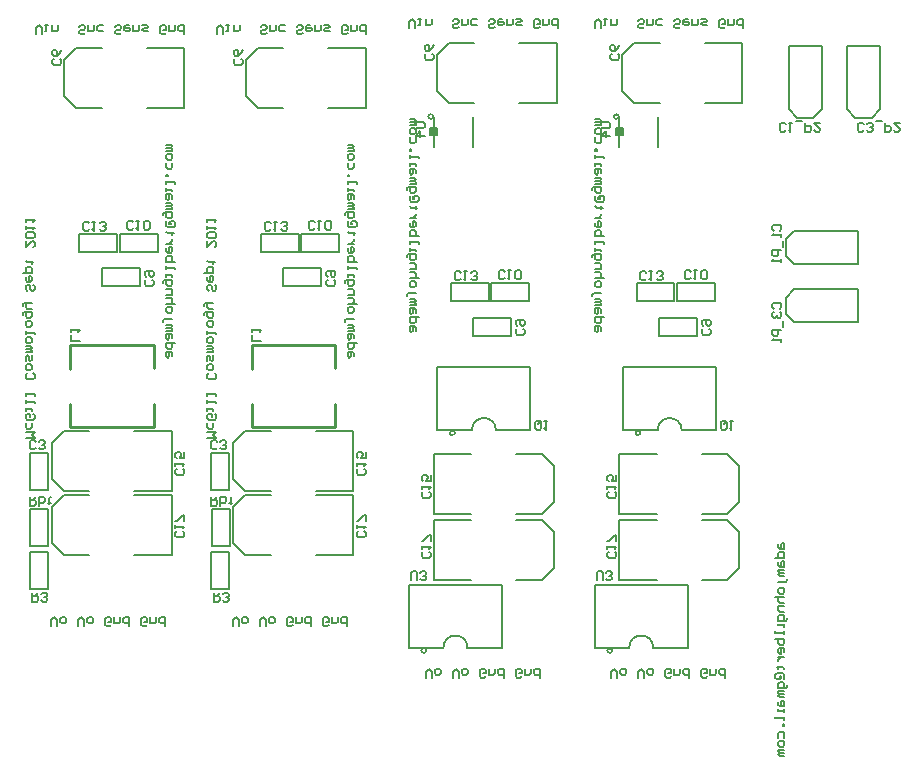
<source format=gbo>
%FSLAX24Y24*%
%MOIN*%
G70*
G01*
G75*
G04 Layer_Color=32896*
%ADD10R,0.0140X0.0400*%
%ADD11R,0.0450X0.0600*%
%ADD12R,0.0320X0.0360*%
%ADD13R,0.0394X0.1063*%
%ADD14R,0.0394X0.1063*%
%ADD15R,0.1004X0.1063*%
%ADD16R,0.0360X0.0320*%
%ADD17R,0.0260X0.0800*%
%ADD18O,0.0138X0.0669*%
%ADD19R,0.1063X0.1102*%
%ADD20C,0.1000*%
%ADD21C,0.0500*%
%ADD22C,0.0200*%
%ADD23C,0.0100*%
%ADD24C,0.0750*%
%ADD25R,0.0260X0.0500*%
%ADD26R,0.1063X0.0866*%
%ADD27C,0.0600*%
%ADD28R,0.0394X0.0394*%
%ADD29R,0.1028X0.0339*%
%ADD30R,0.0650X0.0701*%
%ADD31R,0.1402X0.1799*%
%ADD32R,0.0598X0.0598*%
%ADD33R,0.0385X0.0520*%
%ADD34R,0.0520X0.0385*%
%ADD35R,0.0846X0.0532*%
%ADD36R,0.0532X0.0846*%
%ADD37R,0.0400X0.0140*%
%ADD38R,0.0700X0.0700*%
%ADD39C,0.0700*%
%ADD40C,0.0200*%
%ADD41C,0.0280*%
%ADD42C,0.0500*%
%ADD43C,0.0260*%
%ADD44C,0.1000*%
%ADD45C,0.1100*%
%ADD46C,0.0600*%
%ADD47C,0.0591*%
%ADD48R,0.0591X0.0591*%
%ADD49C,0.0252*%
%ADD50C,0.1024*%
%ADD51R,0.0800X0.0260*%
%ADD52C,0.0400*%
%ADD53C,0.0250*%
%ADD54C,0.0079*%
%ADD55C,0.0098*%
%ADD56C,0.0060*%
%ADD57C,0.0080*%
%ADD58C,0.0050*%
%ADD59R,0.4000X0.0500*%
%ADD60R,0.0220X0.0480*%
%ADD61R,0.0530X0.0680*%
%ADD62R,0.0400X0.0440*%
%ADD63R,0.0474X0.1143*%
%ADD64R,0.0474X0.1143*%
%ADD65R,0.1084X0.1143*%
%ADD66R,0.0440X0.0400*%
%ADD67R,0.0340X0.0880*%
%ADD68O,0.0218X0.0749*%
%ADD69R,0.1143X0.1182*%
%ADD70R,0.0340X0.0580*%
%ADD71R,0.1143X0.0946*%
%ADD72R,0.0474X0.0474*%
%ADD73R,0.1108X0.0419*%
%ADD74R,0.0730X0.0781*%
%ADD75R,0.1482X0.1879*%
%ADD76R,0.0678X0.0678*%
%ADD77R,0.0465X0.0600*%
%ADD78R,0.0600X0.0465*%
%ADD79R,0.0926X0.0612*%
%ADD80R,0.0612X0.0926*%
%ADD81R,0.0480X0.0220*%
%ADD82R,0.0780X0.0780*%
%ADD83C,0.0780*%
%ADD84C,0.0360*%
%ADD85C,0.0580*%
%ADD86C,0.1080*%
%ADD87C,0.1180*%
%ADD88C,0.0680*%
%ADD89C,0.0671*%
%ADD90R,0.0671X0.0671*%
%ADD91C,0.0332*%
%ADD92C,0.1104*%
%ADD93R,0.0880X0.0340*%
%ADD94C,0.0340*%
D23*
X19118Y27008D02*
X21894D01*
Y25039D02*
Y24252D01*
Y27008D02*
Y26221D01*
X19098Y27008D02*
Y26201D01*
Y25039D02*
Y24272D01*
X19118Y24252D02*
X21894D01*
X19098Y24272D02*
X19118Y24252D01*
X13068Y27008D02*
X15844D01*
Y25039D02*
Y24252D01*
Y27008D02*
Y26221D01*
X13048Y27008D02*
Y26201D01*
Y25039D02*
Y24272D01*
X13068Y24252D02*
X15844D01*
X13048Y24272D02*
X13068Y24252D01*
D54*
X18480Y23720D02*
Y22520D01*
X21230Y24120D02*
X22480D01*
X18880D02*
X18480Y23720D01*
X18880Y24120D02*
X19730D01*
X22480D02*
Y22120D01*
X21230D02*
X22480D01*
X18480Y22520D02*
X18880Y22120D01*
X19730D01*
X18480Y21590D02*
Y20390D01*
X21230Y21990D02*
X22480D01*
X18880D02*
X18480Y21590D01*
X18880Y21990D02*
X19730D01*
X22480D02*
Y19990D01*
X21230D02*
X22480D01*
X18480Y20390D02*
X18880Y19990D01*
X19730D01*
X18910Y36500D02*
Y35300D01*
X21660Y36900D02*
X22910D01*
X19310D02*
X18910Y36500D01*
X19310Y36900D02*
X20160D01*
X22910D02*
Y34900D01*
X21660D02*
X22910D01*
X18910Y35300D02*
X19310Y34900D01*
X20160D01*
X26295Y16910D02*
G03*
X25495Y16910I-400J0D01*
G01*
X24841Y16731D02*
G03*
X24841Y16731I0J79D01*
G01*
X25070Y34531D02*
G03*
X25070Y34531I0J79D01*
G01*
X27245Y24160D02*
G03*
X26445Y24160I-400J0D01*
G01*
X25791Y23981D02*
G03*
X25791Y23981I0J79D01*
G01*
X26295Y16910D02*
X27445D01*
X24345D02*
X25495D01*
X27445Y19010D02*
Y16910D01*
X24345Y19010D02*
X27445D01*
X24345D02*
Y16910D01*
X25220Y34220D02*
X25220Y34000D01*
X25120Y34220D02*
X25120Y34000D01*
X25060Y34220D02*
X25060Y34000D01*
X25280Y34000D02*
X25060Y34000D01*
X25280Y34220D02*
X25280Y34000D01*
X25280Y34220D02*
X25060Y34220D01*
X25170Y34610D02*
X25170Y33610D01*
X26470Y34610D02*
X26470Y33610D01*
X27245Y24160D02*
X28395D01*
X25295D02*
X26445D01*
X28395Y26260D02*
Y24160D01*
X25295Y26260D02*
X28395D01*
X25295D02*
Y24160D01*
X25670Y35060D02*
X26520D01*
X25270Y35460D02*
X25670Y35060D01*
X28020D02*
X29270D01*
Y37060D02*
Y35060D01*
X25670Y37060D02*
X26520D01*
X25670D02*
X25270Y36660D01*
X28020Y37060D02*
X29270D01*
X25270Y36660D02*
Y35460D01*
X27920Y21160D02*
X28770D01*
X29170Y20760D01*
X25170Y21160D02*
X26420D01*
X25170D02*
Y19160D01*
X27920D02*
X28770D01*
X29170Y19560D02*
X28770Y19160D01*
X25170D02*
X26420D01*
X29170Y20760D02*
Y19560D01*
X27920Y23360D02*
X28770D01*
X29170Y22960D01*
X25170Y23360D02*
X26420D01*
X25170D02*
Y21360D01*
X27920D02*
X28770D01*
X29170Y21760D02*
X28770Y21360D01*
X25170D02*
X26420D01*
X29170Y22960D02*
Y21760D01*
X37274Y34570D02*
X36999Y34846D01*
Y36968D01*
X38101Y34846D02*
Y36968D01*
X37822Y34567D02*
X37274D01*
X37826Y34570D02*
X38101Y34846D01*
Y36968D02*
X36999D01*
X39224Y34570D02*
X38949Y34846D01*
Y36968D01*
X40051Y34846D02*
Y36968D01*
X39772Y34567D02*
X39224D01*
X39776Y34570D02*
X40051Y34846D01*
Y36968D02*
X38949D01*
X36920Y28576D02*
X37196Y28851D01*
X39318D02*
X37196D01*
X39318Y27749D02*
X37196D01*
X36917Y28028D02*
Y28576D01*
X37196Y27749D02*
X36920Y28024D01*
X39318Y27749D02*
Y28851D01*
X36920Y30526D02*
X37196Y30801D01*
X39318D02*
X37196D01*
X39318Y29699D02*
X37196D01*
X36917Y29978D02*
Y30526D01*
X37196Y29699D02*
X36920Y29974D01*
X39318Y29699D02*
Y30801D01*
X32485Y16910D02*
G03*
X31685Y16910I-400J0D01*
G01*
X31031Y16731D02*
G03*
X31031Y16731I0J79D01*
G01*
X31260Y34531D02*
G03*
X31260Y34531I0J79D01*
G01*
X33435Y24160D02*
G03*
X32635Y24160I-400J0D01*
G01*
X31981Y23981D02*
G03*
X31981Y23981I0J79D01*
G01*
X32485Y16910D02*
X33635D01*
X30535D02*
X31685D01*
X33635Y19010D02*
Y16910D01*
X30535Y19010D02*
X33635D01*
X30535D02*
Y16910D01*
X31410Y34220D02*
X31410Y34000D01*
X31310Y34220D02*
X31310Y34000D01*
X31250Y34220D02*
X31250Y34000D01*
X31470Y34000D02*
X31250Y34000D01*
X31470Y34220D02*
X31470Y34000D01*
X31470Y34220D02*
X31250Y34220D01*
X31360Y34610D02*
X31360Y33610D01*
X32660Y34610D02*
X32660Y33610D01*
X33435Y24160D02*
X34585D01*
X31485D02*
X32635D01*
X34585Y26260D02*
Y24160D01*
X31485Y26260D02*
X34585D01*
X31485D02*
Y24160D01*
X31860Y35060D02*
X32710D01*
X31460Y35460D02*
X31860Y35060D01*
X34210D02*
X35460D01*
Y37060D02*
Y35060D01*
X31860Y37060D02*
X32710D01*
X31860D02*
X31460Y36660D01*
X34210Y37060D02*
X35460D01*
X31460Y36660D02*
Y35460D01*
X34110Y21160D02*
X34960D01*
X35360Y20760D01*
X31360Y21160D02*
X32610D01*
X31360D02*
Y19160D01*
X34110D02*
X34960D01*
X35360Y19560D02*
X34960Y19160D01*
X31360D02*
X32610D01*
X35360Y20760D02*
Y19560D01*
X34110Y23360D02*
X34960D01*
X35360Y22960D01*
X31360Y23360D02*
X32610D01*
X31360D02*
Y21360D01*
X34110D02*
X34960D01*
X35360Y21760D02*
X34960Y21360D01*
X31360D02*
X32610D01*
X35360Y22960D02*
Y21760D01*
X12430Y23720D02*
Y22520D01*
X15180Y24120D02*
X16430D01*
X12830D02*
X12430Y23720D01*
X12830Y24120D02*
X13680D01*
X16430D02*
Y22120D01*
X15180D02*
X16430D01*
X12430Y22520D02*
X12830Y22120D01*
X13680D01*
X12430Y21590D02*
Y20390D01*
X15180Y21990D02*
X16430D01*
X12830D02*
X12430Y21590D01*
X12830Y21990D02*
X13680D01*
X16430D02*
Y19990D01*
X15180D02*
X16430D01*
X12430Y20390D02*
X12830Y19990D01*
X13680D01*
X12860Y36500D02*
Y35300D01*
X15610Y36900D02*
X16860D01*
X13260D02*
X12860Y36500D01*
X13260Y36900D02*
X14110D01*
X16860D02*
Y34900D01*
X15610D02*
X16860D01*
X12860Y35300D02*
X13260Y34900D01*
X14110D01*
D57*
X20160Y29550D02*
Y28950D01*
X21420D01*
X20160Y29550D02*
X21420D01*
Y28950D01*
X20670Y30700D02*
Y30100D01*
X19410Y30700D02*
X20670D01*
X19410Y30100D02*
X20670D01*
X19410Y30700D02*
Y30100D01*
X22020Y30700D02*
Y30100D01*
X20760Y30700D02*
X22020D01*
X20760Y30100D02*
X22020D01*
X20760Y30700D02*
Y30100D01*
X17770Y21540D02*
X18370D01*
X17770D02*
Y20280D01*
X18370Y21540D02*
Y20280D01*
X17770D02*
X18370D01*
X17760Y18850D02*
X18360D01*
Y20110D02*
Y18850D01*
X17760Y20110D02*
Y18850D01*
Y20110D02*
X18360D01*
X17760Y22150D02*
X18360D01*
Y23410D02*
Y22150D01*
X17760Y23410D02*
Y22150D01*
Y23410D02*
X18360D01*
X27090Y29060D02*
Y28460D01*
X28350D01*
X27090Y29060D02*
X28350D01*
Y28460D01*
X25740Y29060D02*
Y28460D01*
X27000D01*
X25740Y29060D02*
X27000D01*
Y28460D01*
X27750Y27910D02*
Y27310D01*
X26490Y27910D02*
X27750D01*
X26490Y27310D02*
X27750D01*
X26490Y27910D02*
Y27310D01*
X33280Y29060D02*
Y28460D01*
X34540D01*
X33280Y29060D02*
X34540D01*
Y28460D01*
X31930Y29060D02*
Y28460D01*
X33190D01*
X31930Y29060D02*
X33190D01*
Y28460D01*
X33940Y27910D02*
Y27310D01*
X32680Y27910D02*
X33940D01*
X32680Y27310D02*
X33940D01*
X32680Y27910D02*
Y27310D01*
X14110Y29550D02*
Y28950D01*
X15370D01*
X14110Y29550D02*
X15370D01*
Y28950D01*
X14620Y30700D02*
Y30100D01*
X13360Y30700D02*
X14620D01*
X13360Y30100D02*
X14620D01*
X13360Y30700D02*
Y30100D01*
X15970Y30700D02*
Y30100D01*
X14710Y30700D02*
X15970D01*
X14710Y30100D02*
X15970D01*
X14710Y30700D02*
Y30100D01*
X11720Y21540D02*
X12320D01*
X11720D02*
Y20280D01*
X12320Y21540D02*
Y20280D01*
X11720D02*
X12320D01*
X11710Y18850D02*
X12310D01*
Y20110D02*
Y18850D01*
X11710Y20110D02*
Y18850D01*
Y20110D02*
X12310D01*
X11710Y22150D02*
X12310D01*
Y23410D02*
Y22150D01*
X11710Y23410D02*
Y22150D01*
Y23410D02*
X12310D01*
D58*
X17960Y23570D02*
X17910Y23520D01*
X17810D01*
X17760Y23570D01*
Y23770D01*
X17810Y23820D01*
X17910D01*
X17960Y23770D01*
X18060Y23570D02*
X18110Y23520D01*
X18210D01*
X18260Y23570D01*
Y23620D01*
X18210Y23670D01*
X18160D01*
X18210D01*
X18260Y23720D01*
Y23770D01*
X18210Y23820D01*
X18110D01*
X18060Y23770D01*
X18760Y36540D02*
X18810Y36490D01*
Y36390D01*
X18760Y36340D01*
X18560D01*
X18510Y36390D01*
Y36490D01*
X18560Y36540D01*
X18810Y36840D02*
X18760Y36740D01*
X18660Y36640D01*
X18560D01*
X18510Y36690D01*
Y36790D01*
X18560Y36840D01*
X18610D01*
X18660Y36790D01*
Y36640D01*
X21830Y29170D02*
X21880Y29120D01*
Y29020D01*
X21830Y28970D01*
X21630D01*
X21580Y29020D01*
Y29120D01*
X21630Y29170D01*
Y29270D02*
X21580Y29320D01*
Y29420D01*
X21630Y29470D01*
X21830D01*
X21880Y29420D01*
Y29320D01*
X21830Y29270D01*
X21780D01*
X21730Y29320D01*
Y29470D01*
X21210Y30880D02*
X21160Y30830D01*
X21060D01*
X21010Y30880D01*
Y31080D01*
X21060Y31130D01*
X21160D01*
X21210Y31080D01*
X21310Y31130D02*
X21410D01*
X21360D01*
Y30830D01*
X21310Y30880D01*
X21560D02*
X21610Y30830D01*
X21710D01*
X21760Y30880D01*
Y31080D01*
X21710Y31130D01*
X21610D01*
X21560Y31080D01*
Y30880D01*
X19740Y30850D02*
X19690Y30800D01*
X19590D01*
X19540Y30850D01*
Y31050D01*
X19590Y31100D01*
X19690D01*
X19740Y31050D01*
X19840Y31100D02*
X19940D01*
X19890D01*
Y30800D01*
X19840Y30850D01*
X20090D02*
X20140Y30800D01*
X20240D01*
X20290Y30850D01*
Y30900D01*
X20240Y30950D01*
X20190D01*
X20240D01*
X20290Y31000D01*
Y31050D01*
X20240Y31100D01*
X20140D01*
X20090Y31050D01*
X22850Y22870D02*
X22900Y22820D01*
Y22720D01*
X22850Y22670D01*
X22650D01*
X22600Y22720D01*
Y22820D01*
X22650Y22870D01*
X22600Y22970D02*
Y23070D01*
Y23020D01*
X22900D01*
X22850Y22970D01*
X22900Y23420D02*
Y23220D01*
X22750D01*
X22800Y23320D01*
Y23370D01*
X22750Y23420D01*
X22650D01*
X22600Y23370D01*
Y23270D01*
X22650Y23220D01*
X22850Y20780D02*
X22900Y20730D01*
Y20630D01*
X22850Y20580D01*
X22650D01*
X22600Y20630D01*
Y20730D01*
X22650Y20780D01*
X22600Y20880D02*
Y20980D01*
Y20930D01*
X22900D01*
X22850Y20880D01*
X22900Y21130D02*
Y21330D01*
X22850D01*
X22650Y21130D01*
X22600D01*
X19420Y27140D02*
X19120D01*
Y27340D01*
Y27440D02*
Y27540D01*
Y27490D01*
X19420D01*
X19370Y27440D01*
X17840Y18730D02*
Y18430D01*
X17990D01*
X18040Y18480D01*
Y18580D01*
X17990Y18630D01*
X17840D01*
X17940D02*
X18040Y18730D01*
X18140Y18480D02*
X18190Y18430D01*
X18290D01*
X18340Y18480D01*
Y18530D01*
X18290Y18580D01*
X18240D01*
X18290D01*
X18340Y18630D01*
Y18680D01*
X18290Y18730D01*
X18190D01*
X18140Y18680D01*
X17750Y21940D02*
Y21640D01*
X17900D01*
X17950Y21690D01*
Y21790D01*
X17900Y21840D01*
X17750D01*
X17850D02*
X17950Y21940D01*
X18050Y21640D02*
Y21940D01*
X18200D01*
X18250Y21890D01*
Y21840D01*
Y21790D01*
X18200Y21740D01*
X18050D01*
X18400Y21690D02*
Y21740D01*
X18350D01*
X18450D01*
X18400D01*
Y21890D01*
X18450Y21940D01*
X17950Y37360D02*
Y37560D01*
X18050Y37660D01*
X18150Y37560D01*
Y37360D01*
X18250Y37660D02*
X18350D01*
X18300D01*
Y37460D01*
X18250D01*
X18500Y37660D02*
Y37460D01*
X18650D01*
X18700Y37510D01*
Y37660D01*
X19599Y37410D02*
X19549Y37360D01*
X19450D01*
X19400Y37410D01*
Y37460D01*
X19450Y37510D01*
X19549D01*
X19599Y37560D01*
Y37610D01*
X19549Y37660D01*
X19450D01*
X19400Y37610D01*
X19699Y37660D02*
Y37460D01*
X19849D01*
X19899Y37510D01*
Y37660D01*
X20199Y37460D02*
X20049D01*
X19999Y37510D01*
Y37610D01*
X20049Y37660D01*
X20199D01*
X20799Y37410D02*
X20749Y37360D01*
X20649D01*
X20599Y37410D01*
Y37460D01*
X20649Y37510D01*
X20749D01*
X20799Y37560D01*
Y37610D01*
X20749Y37660D01*
X20649D01*
X20599Y37610D01*
X21049Y37660D02*
X20949D01*
X20899Y37610D01*
Y37510D01*
X20949Y37460D01*
X21049D01*
X21099Y37510D01*
Y37560D01*
X20899D01*
X21199Y37660D02*
Y37460D01*
X21349D01*
X21399Y37510D01*
Y37660D01*
X21499D02*
X21649D01*
X21699Y37610D01*
X21649Y37560D01*
X21549D01*
X21499Y37510D01*
X21549Y37460D01*
X21699D01*
X22299Y37410D02*
X22249Y37360D01*
X22149D01*
X22099Y37410D01*
Y37610D01*
X22149Y37660D01*
X22249D01*
X22299Y37610D01*
Y37510D01*
X22199D01*
X22399Y37660D02*
Y37460D01*
X22549D01*
X22599Y37510D01*
Y37660D01*
X22898Y37360D02*
Y37660D01*
X22748D01*
X22698Y37610D01*
Y37510D01*
X22748Y37460D01*
X22898D01*
X18470Y17620D02*
Y17820D01*
X18570Y17920D01*
X18670Y17820D01*
Y17620D01*
X18820Y17920D02*
X18920D01*
X18970Y17870D01*
Y17770D01*
X18920Y17720D01*
X18820D01*
X18770Y17770D01*
Y17870D01*
X18820Y17920D01*
X19370Y17620D02*
Y17820D01*
X19470Y17920D01*
X19570Y17820D01*
Y17620D01*
X19720Y17920D02*
X19820D01*
X19870Y17870D01*
Y17770D01*
X19820Y17720D01*
X19720D01*
X19670Y17770D01*
Y17870D01*
X19720Y17920D01*
X20469Y17670D02*
X20419Y17620D01*
X20319D01*
X20269Y17670D01*
Y17870D01*
X20319Y17920D01*
X20419D01*
X20469Y17870D01*
Y17770D01*
X20369D01*
X20569Y17920D02*
Y17720D01*
X20719D01*
X20769Y17770D01*
Y17920D01*
X21069Y17620D02*
Y17920D01*
X20919D01*
X20869Y17870D01*
Y17770D01*
X20919Y17720D01*
X21069D01*
X21669Y17670D02*
X21619Y17620D01*
X21519D01*
X21469Y17670D01*
Y17870D01*
X21519Y17920D01*
X21619D01*
X21669Y17870D01*
Y17770D01*
X21569D01*
X21769Y17920D02*
Y17720D01*
X21919D01*
X21969Y17770D01*
Y17920D01*
X22269Y17620D02*
Y17920D01*
X22119D01*
X22069Y17870D01*
Y17770D01*
X22119Y17720D01*
X22269D01*
X22500Y26620D02*
Y26720D01*
X22450Y26770D01*
X22300D01*
Y26620D01*
X22350Y26570D01*
X22400Y26620D01*
Y26770D01*
X22600Y27070D02*
X22300D01*
Y26920D01*
X22350Y26870D01*
X22450D01*
X22500Y26920D01*
Y27070D01*
Y27220D02*
Y27320D01*
X22450Y27370D01*
X22300D01*
Y27220D01*
X22350Y27170D01*
X22400Y27220D01*
Y27370D01*
X22300Y27470D02*
X22500D01*
Y27520D01*
X22450Y27570D01*
X22300D01*
X22450D01*
X22500Y27620D01*
X22450Y27670D01*
X22300D01*
X22200Y27770D02*
Y27820D01*
X22250Y27870D01*
X22500D01*
X22300Y28119D02*
Y28219D01*
X22350Y28269D01*
X22450D01*
X22500Y28219D01*
Y28119D01*
X22450Y28070D01*
X22350D01*
X22300Y28119D01*
X22600Y28369D02*
X22300D01*
X22450D01*
X22500Y28419D01*
Y28519D01*
X22450Y28569D01*
X22300D01*
Y28669D02*
X22500D01*
Y28819D01*
X22450Y28869D01*
X22300D01*
X22200Y29069D02*
Y29119D01*
X22250Y29169D01*
X22500D01*
Y29019D01*
X22450Y28969D01*
X22350D01*
X22300Y29019D01*
Y29169D01*
Y29269D02*
Y29369D01*
Y29319D01*
X22500D01*
Y29269D01*
X22300Y29519D02*
Y29619D01*
Y29569D01*
X22600D01*
Y29519D01*
Y29769D02*
X22300D01*
Y29919D01*
X22350Y29969D01*
X22400D01*
X22450D01*
X22500Y29919D01*
Y29769D01*
X22300Y30219D02*
Y30119D01*
X22350Y30069D01*
X22450D01*
X22500Y30119D01*
Y30219D01*
X22450Y30269D01*
X22400D01*
Y30069D01*
X22500Y30369D02*
X22300D01*
X22400D01*
X22450Y30419D01*
X22500Y30469D01*
Y30519D01*
X22550Y30719D02*
X22500D01*
Y30669D01*
Y30769D01*
Y30719D01*
X22350D01*
X22300Y30769D01*
X22400Y31069D02*
X22450D01*
Y31019D01*
X22400D01*
Y31069D01*
X22450Y31119D01*
X22550D01*
X22600Y31069D01*
Y30969D01*
X22550Y30919D01*
X22350D01*
X22300Y30969D01*
Y31119D01*
X22200Y31318D02*
Y31368D01*
X22250Y31418D01*
X22500D01*
Y31268D01*
X22450Y31219D01*
X22350D01*
X22300Y31268D01*
Y31418D01*
Y31518D02*
X22500D01*
Y31568D01*
X22450Y31618D01*
X22300D01*
X22450D01*
X22500Y31668D01*
X22450Y31718D01*
X22300D01*
X22500Y31868D02*
Y31968D01*
X22450Y32018D01*
X22300D01*
Y31868D01*
X22350Y31818D01*
X22400Y31868D01*
Y32018D01*
X22300Y32118D02*
Y32218D01*
Y32168D01*
X22500D01*
Y32118D01*
X22300Y32368D02*
Y32468D01*
Y32418D01*
X22600D01*
Y32368D01*
X22300Y32618D02*
X22350D01*
Y32668D01*
X22300D01*
Y32618D01*
X22500Y33068D02*
Y32918D01*
X22450Y32868D01*
X22350D01*
X22300Y32918D01*
Y33068D01*
Y33218D02*
Y33318D01*
X22350Y33368D01*
X22450D01*
X22500Y33318D01*
Y33218D01*
X22450Y33168D01*
X22350D01*
X22300Y33218D01*
Y33468D02*
X22500D01*
Y33518D01*
X22450Y33568D01*
X22300D01*
X22450D01*
X22500Y33618D01*
X22450Y33668D01*
X22300D01*
X17620Y23900D02*
X17920D01*
X17820Y24000D01*
X17920Y24100D01*
X17620D01*
X17820Y24400D02*
Y24250D01*
X17770Y24200D01*
X17670D01*
X17620Y24250D01*
Y24400D01*
X17870Y24700D02*
X17920Y24650D01*
Y24550D01*
X17870Y24500D01*
X17670D01*
X17620Y24550D01*
Y24650D01*
X17670Y24700D01*
X17770D01*
Y24600D01*
X17620Y24800D02*
Y24900D01*
Y24850D01*
X17820D01*
Y24800D01*
X17620Y25050D02*
Y25150D01*
Y25100D01*
X17920D01*
Y25050D01*
X17620Y25300D02*
Y25400D01*
Y25350D01*
X17920D01*
Y25300D01*
X17870Y26049D02*
X17920Y25999D01*
Y25899D01*
X17870Y25849D01*
X17670D01*
X17620Y25899D01*
Y25999D01*
X17670Y26049D01*
X17620Y26199D02*
Y26299D01*
X17670Y26349D01*
X17770D01*
X17820Y26299D01*
Y26199D01*
X17770Y26149D01*
X17670D01*
X17620Y26199D01*
Y26449D02*
Y26599D01*
X17670Y26649D01*
X17720Y26599D01*
Y26499D01*
X17770Y26449D01*
X17820Y26499D01*
Y26649D01*
X17620Y26749D02*
X17820D01*
Y26799D01*
X17770Y26849D01*
X17620D01*
X17770D01*
X17820Y26899D01*
X17770Y26949D01*
X17620D01*
Y27099D02*
Y27199D01*
X17670Y27249D01*
X17770D01*
X17820Y27199D01*
Y27099D01*
X17770Y27049D01*
X17670D01*
X17620Y27099D01*
Y27349D02*
Y27449D01*
Y27399D01*
X17920D01*
Y27349D01*
X17620Y27649D02*
Y27749D01*
X17670Y27799D01*
X17770D01*
X17820Y27749D01*
Y27649D01*
X17770Y27599D01*
X17670D01*
X17620Y27649D01*
X17520Y27999D02*
Y28049D01*
X17570Y28099D01*
X17820D01*
Y27949D01*
X17770Y27899D01*
X17670D01*
X17620Y27949D01*
Y28099D01*
X17820Y28199D02*
X17670D01*
X17620Y28249D01*
Y28399D01*
X17570D01*
X17520Y28349D01*
Y28299D01*
X17620Y28399D02*
X17820D01*
X17870Y28998D02*
X17920Y28948D01*
Y28848D01*
X17870Y28798D01*
X17820D01*
X17770Y28848D01*
Y28948D01*
X17720Y28998D01*
X17670D01*
X17620Y28948D01*
Y28848D01*
X17670Y28798D01*
X17620Y29248D02*
Y29148D01*
X17670Y29098D01*
X17770D01*
X17820Y29148D01*
Y29248D01*
X17770Y29298D01*
X17720D01*
Y29098D01*
X17520Y29398D02*
X17820D01*
Y29548D01*
X17770Y29598D01*
X17670D01*
X17620Y29548D01*
Y29398D01*
X17870Y29748D02*
X17820D01*
Y29698D01*
Y29798D01*
Y29748D01*
X17670D01*
X17620Y29798D01*
Y30448D02*
Y30248D01*
X17820Y30448D01*
X17870D01*
X17920Y30398D01*
Y30298D01*
X17870Y30248D01*
Y30548D02*
X17920Y30598D01*
Y30698D01*
X17870Y30748D01*
X17670D01*
X17620Y30698D01*
Y30598D01*
X17670Y30548D01*
X17870D01*
X17620Y30848D02*
Y30948D01*
Y30898D01*
X17920D01*
X17870Y30848D01*
X17620Y31098D02*
Y31198D01*
Y31148D01*
X17920D01*
X17870Y31098D01*
X24570Y27470D02*
Y27570D01*
X24520Y27620D01*
X24370D01*
Y27470D01*
X24420Y27420D01*
X24470Y27470D01*
Y27620D01*
X24670Y27920D02*
X24370D01*
Y27770D01*
X24420Y27720D01*
X24520D01*
X24570Y27770D01*
Y27920D01*
Y28070D02*
Y28170D01*
X24520Y28220D01*
X24370D01*
Y28070D01*
X24420Y28020D01*
X24470Y28070D01*
Y28220D01*
X24370Y28320D02*
X24570D01*
Y28370D01*
X24520Y28420D01*
X24370D01*
X24520D01*
X24570Y28470D01*
X24520Y28520D01*
X24370D01*
X24270Y28620D02*
Y28670D01*
X24320Y28720D01*
X24570D01*
X24370Y28970D02*
Y29069D01*
X24420Y29119D01*
X24520D01*
X24570Y29069D01*
Y28970D01*
X24520Y28920D01*
X24420D01*
X24370Y28970D01*
X24670Y29219D02*
X24370D01*
X24520D01*
X24570Y29269D01*
Y29369D01*
X24520Y29419D01*
X24370D01*
Y29519D02*
X24570D01*
Y29669D01*
X24520Y29719D01*
X24370D01*
X24270Y29919D02*
Y29969D01*
X24320Y30019D01*
X24570D01*
Y29869D01*
X24520Y29819D01*
X24420D01*
X24370Y29869D01*
Y30019D01*
Y30119D02*
Y30219D01*
Y30169D01*
X24570D01*
Y30119D01*
X24370Y30369D02*
Y30469D01*
Y30419D01*
X24670D01*
Y30369D01*
Y30619D02*
X24370D01*
Y30769D01*
X24420Y30819D01*
X24470D01*
X24520D01*
X24570Y30769D01*
Y30619D01*
X24370Y31069D02*
Y30969D01*
X24420Y30919D01*
X24520D01*
X24570Y30969D01*
Y31069D01*
X24520Y31119D01*
X24470D01*
Y30919D01*
X24570Y31219D02*
X24370D01*
X24470D01*
X24520Y31269D01*
X24570Y31319D01*
Y31369D01*
X24620Y31569D02*
X24570D01*
Y31519D01*
Y31619D01*
Y31569D01*
X24420D01*
X24370Y31619D01*
X24470Y31919D02*
X24520D01*
Y31869D01*
X24470D01*
Y31919D01*
X24520Y31969D01*
X24620D01*
X24670Y31919D01*
Y31819D01*
X24620Y31769D01*
X24420D01*
X24370Y31819D01*
Y31969D01*
X24270Y32168D02*
Y32218D01*
X24320Y32268D01*
X24570D01*
Y32118D01*
X24520Y32069D01*
X24420D01*
X24370Y32118D01*
Y32268D01*
Y32368D02*
X24570D01*
Y32418D01*
X24520Y32468D01*
X24370D01*
X24520D01*
X24570Y32518D01*
X24520Y32568D01*
X24370D01*
X24570Y32718D02*
Y32818D01*
X24520Y32868D01*
X24370D01*
Y32718D01*
X24420Y32668D01*
X24470Y32718D01*
Y32868D01*
X24370Y32968D02*
Y33068D01*
Y33018D01*
X24570D01*
Y32968D01*
X24370Y33218D02*
Y33318D01*
Y33268D01*
X24670D01*
Y33218D01*
X24370Y33468D02*
X24420D01*
Y33518D01*
X24370D01*
Y33468D01*
X24570Y33918D02*
Y33768D01*
X24520Y33718D01*
X24420D01*
X24370Y33768D01*
Y33918D01*
Y34068D02*
Y34168D01*
X24420Y34218D01*
X24520D01*
X24570Y34168D01*
Y34068D01*
X24520Y34018D01*
X24420D01*
X24370Y34068D01*
Y34318D02*
X24570D01*
Y34368D01*
X24520Y34418D01*
X24370D01*
X24520D01*
X24570Y34468D01*
X24520Y34518D01*
X24370D01*
X24570Y34420D02*
X24820D01*
X24870Y34370D01*
Y34270D01*
X24820Y34220D01*
X24570D01*
X24870Y33970D02*
X24570D01*
X24720Y34120D01*
Y33920D01*
X24420Y19160D02*
Y19410D01*
X24470Y19460D01*
X24570D01*
X24620Y19410D01*
Y19160D01*
X24720Y19210D02*
X24770Y19160D01*
X24870D01*
X24920Y19210D01*
Y19260D01*
X24870Y19310D01*
X24820D01*
X24870D01*
X24920Y19360D01*
Y19410D01*
X24870Y19460D01*
X24770D01*
X24720Y19410D01*
X28750Y24420D02*
Y24220D01*
X28700Y24170D01*
X28600D01*
X28550Y24220D01*
Y24420D01*
X28600Y24470D01*
X28700D01*
X28650Y24370D02*
X28750Y24470D01*
X28700D02*
X28750Y24420D01*
X28850Y24470D02*
X28950D01*
X28900D01*
Y24170D01*
X28850Y24220D01*
X25020Y20110D02*
X25070Y20060D01*
Y19960D01*
X25020Y19910D01*
X24820D01*
X24770Y19960D01*
Y20060D01*
X24820Y20110D01*
X24770Y20210D02*
Y20310D01*
Y20260D01*
X25070D01*
X25020Y20210D01*
X25070Y20460D02*
Y20660D01*
X25020D01*
X24820Y20460D01*
X24770D01*
X25020Y22110D02*
X25070Y22060D01*
Y21960D01*
X25020Y21910D01*
X24820D01*
X24770Y21960D01*
Y22060D01*
X24820Y22110D01*
X24770Y22210D02*
Y22310D01*
Y22260D01*
X25070D01*
X25020Y22210D01*
X25070Y22660D02*
Y22460D01*
X24920D01*
X24970Y22560D01*
Y22610D01*
X24920Y22660D01*
X24820D01*
X24770Y22610D01*
Y22510D01*
X24820Y22460D01*
X26070Y29210D02*
X26020Y29160D01*
X25920D01*
X25870Y29210D01*
Y29410D01*
X25920Y29460D01*
X26020D01*
X26070Y29410D01*
X26170Y29460D02*
X26270D01*
X26220D01*
Y29160D01*
X26170Y29210D01*
X26420D02*
X26470Y29160D01*
X26570D01*
X26620Y29210D01*
Y29260D01*
X26570Y29310D01*
X26520D01*
X26570D01*
X26620Y29360D01*
Y29410D01*
X26570Y29460D01*
X26470D01*
X26420Y29410D01*
X27540Y29240D02*
X27490Y29190D01*
X27390D01*
X27340Y29240D01*
Y29440D01*
X27390Y29490D01*
X27490D01*
X27540Y29440D01*
X27640Y29490D02*
X27740D01*
X27690D01*
Y29190D01*
X27640Y29240D01*
X27890D02*
X27940Y29190D01*
X28040D01*
X28090Y29240D01*
Y29440D01*
X28040Y29490D01*
X27940D01*
X27890Y29440D01*
Y29240D01*
X28160Y27530D02*
X28210Y27480D01*
Y27380D01*
X28160Y27330D01*
X27960D01*
X27910Y27380D01*
Y27480D01*
X27960Y27530D01*
Y27630D02*
X27910Y27680D01*
Y27780D01*
X27960Y27830D01*
X28160D01*
X28210Y27780D01*
Y27680D01*
X28160Y27630D01*
X28110D01*
X28060Y27680D01*
Y27830D01*
X25120Y36700D02*
X25170Y36650D01*
Y36550D01*
X25120Y36500D01*
X24920D01*
X24870Y36550D01*
Y36650D01*
X24920Y36700D01*
X25170Y37000D02*
X25120Y36900D01*
X25020Y36800D01*
X24920D01*
X24870Y36850D01*
Y36950D01*
X24920Y37000D01*
X24970D01*
X25020Y36950D01*
Y36800D01*
X24900Y15900D02*
Y16100D01*
X25000Y16200D01*
X25100Y16100D01*
Y15900D01*
X25250Y16200D02*
X25350D01*
X25400Y16150D01*
Y16050D01*
X25350Y16000D01*
X25250D01*
X25200Y16050D01*
Y16150D01*
X25250Y16200D01*
X25800Y15900D02*
Y16100D01*
X25900Y16200D01*
X26000Y16100D01*
Y15900D01*
X26150Y16200D02*
X26250D01*
X26300Y16150D01*
Y16050D01*
X26250Y16000D01*
X26150D01*
X26100Y16050D01*
Y16150D01*
X26150Y16200D01*
X26899Y15950D02*
X26849Y15900D01*
X26749D01*
X26699Y15950D01*
Y16150D01*
X26749Y16200D01*
X26849D01*
X26899Y16150D01*
Y16050D01*
X26799D01*
X26999Y16200D02*
Y16000D01*
X27149D01*
X27199Y16050D01*
Y16200D01*
X27499Y15900D02*
Y16200D01*
X27349D01*
X27299Y16150D01*
Y16050D01*
X27349Y16000D01*
X27499D01*
X28099Y15950D02*
X28049Y15900D01*
X27949D01*
X27899Y15950D01*
Y16150D01*
X27949Y16200D01*
X28049D01*
X28099Y16150D01*
Y16050D01*
X27999D01*
X28199Y16200D02*
Y16000D01*
X28349D01*
X28399Y16050D01*
Y16200D01*
X28699Y15900D02*
Y16200D01*
X28549D01*
X28499Y16150D01*
Y16050D01*
X28549Y16000D01*
X28699D01*
X24350Y37550D02*
Y37750D01*
X24450Y37850D01*
X24550Y37750D01*
Y37550D01*
X24650Y37850D02*
X24750D01*
X24700D01*
Y37650D01*
X24650D01*
X24900Y37850D02*
Y37650D01*
X25050D01*
X25100Y37700D01*
Y37850D01*
X25999Y37600D02*
X25949Y37550D01*
X25850D01*
X25800Y37600D01*
Y37650D01*
X25850Y37700D01*
X25949D01*
X25999Y37750D01*
Y37800D01*
X25949Y37850D01*
X25850D01*
X25800Y37800D01*
X26099Y37850D02*
Y37650D01*
X26249D01*
X26299Y37700D01*
Y37850D01*
X26599Y37650D02*
X26449D01*
X26399Y37700D01*
Y37800D01*
X26449Y37850D01*
X26599D01*
X27199Y37600D02*
X27149Y37550D01*
X27049D01*
X26999Y37600D01*
Y37650D01*
X27049Y37700D01*
X27149D01*
X27199Y37750D01*
Y37800D01*
X27149Y37850D01*
X27049D01*
X26999Y37800D01*
X27449Y37850D02*
X27349D01*
X27299Y37800D01*
Y37700D01*
X27349Y37650D01*
X27449D01*
X27499Y37700D01*
Y37750D01*
X27299D01*
X27599Y37850D02*
Y37650D01*
X27749D01*
X27799Y37700D01*
Y37850D01*
X27899D02*
X28049D01*
X28099Y37800D01*
X28049Y37750D01*
X27949D01*
X27899Y37700D01*
X27949Y37650D01*
X28099D01*
X28699Y37600D02*
X28649Y37550D01*
X28549D01*
X28499Y37600D01*
Y37800D01*
X28549Y37850D01*
X28649D01*
X28699Y37800D01*
Y37700D01*
X28599D01*
X28799Y37850D02*
Y37650D01*
X28949D01*
X28998Y37700D01*
Y37850D01*
X29298Y37550D02*
Y37850D01*
X29148D01*
X29098Y37800D01*
Y37700D01*
X29148Y37650D01*
X29298D01*
X36650Y20350D02*
Y20250D01*
X36700Y20200D01*
X36850D01*
Y20350D01*
X36800Y20400D01*
X36750Y20350D01*
Y20200D01*
X36550Y19900D02*
X36850D01*
Y20050D01*
X36800Y20100D01*
X36700D01*
X36650Y20050D01*
Y19900D01*
Y19750D02*
Y19650D01*
X36700Y19600D01*
X36850D01*
Y19750D01*
X36800Y19800D01*
X36750Y19750D01*
Y19600D01*
X36850Y19500D02*
X36650D01*
Y19450D01*
X36700Y19400D01*
X36850D01*
X36700D01*
X36650Y19350D01*
X36700Y19300D01*
X36850D01*
X36950Y19200D02*
Y19150D01*
X36900Y19100D01*
X36650D01*
X36850Y18851D02*
Y18751D01*
X36800Y18701D01*
X36700D01*
X36650Y18751D01*
Y18851D01*
X36700Y18900D01*
X36800D01*
X36850Y18851D01*
X36550Y18601D02*
X36850D01*
X36700D01*
X36650Y18551D01*
Y18451D01*
X36700Y18401D01*
X36850D01*
Y18301D02*
X36650D01*
Y18151D01*
X36700Y18101D01*
X36850D01*
X36950Y17901D02*
Y17851D01*
X36900Y17801D01*
X36650D01*
Y17951D01*
X36700Y18001D01*
X36800D01*
X36850Y17951D01*
Y17801D01*
Y17701D02*
Y17601D01*
Y17651D01*
X36650D01*
Y17701D01*
X36850Y17451D02*
Y17351D01*
Y17401D01*
X36550D01*
Y17451D01*
Y17201D02*
X36850D01*
Y17051D01*
X36800Y17001D01*
X36750D01*
X36700D01*
X36650Y17051D01*
Y17201D01*
X36850Y16751D02*
Y16851D01*
X36800Y16901D01*
X36700D01*
X36650Y16851D01*
Y16751D01*
X36700Y16701D01*
X36750D01*
Y16901D01*
X36650Y16601D02*
X36850D01*
X36750D01*
X36700Y16551D01*
X36650Y16501D01*
Y16451D01*
X36600Y16251D02*
X36650D01*
Y16301D01*
Y16201D01*
Y16251D01*
X36800D01*
X36850Y16201D01*
X36750Y15901D02*
X36700D01*
Y15951D01*
X36750D01*
Y15901D01*
X36700Y15851D01*
X36600D01*
X36550Y15901D01*
Y16001D01*
X36600Y16051D01*
X36800D01*
X36850Y16001D01*
Y15851D01*
X36950Y15652D02*
Y15602D01*
X36900Y15552D01*
X36650D01*
Y15702D01*
X36700Y15752D01*
X36800D01*
X36850Y15702D01*
Y15552D01*
Y15452D02*
X36650D01*
Y15402D01*
X36700Y15352D01*
X36850D01*
X36700D01*
X36650Y15302D01*
X36700Y15252D01*
X36850D01*
X36650Y15102D02*
Y15002D01*
X36700Y14952D01*
X36850D01*
Y15102D01*
X36800Y15152D01*
X36750Y15102D01*
Y14952D01*
X36850Y14852D02*
Y14752D01*
Y14802D01*
X36650D01*
Y14852D01*
X36850Y14602D02*
Y14502D01*
Y14552D01*
X36550D01*
Y14602D01*
X36850Y14352D02*
X36800D01*
Y14302D01*
X36850D01*
Y14352D01*
X36650Y13902D02*
Y14052D01*
X36700Y14102D01*
X36800D01*
X36850Y14052D01*
Y13902D01*
Y13752D02*
Y13652D01*
X36800Y13602D01*
X36700D01*
X36650Y13652D01*
Y13752D01*
X36700Y13802D01*
X36800D01*
X36850Y13752D01*
Y13502D02*
X36650D01*
Y13452D01*
X36700Y13402D01*
X36850D01*
X36700D01*
X36650Y13352D01*
X36700Y13302D01*
X36850D01*
X36500Y30800D02*
X36450Y30850D01*
Y30950D01*
X36500Y31000D01*
X36700D01*
X36750Y30950D01*
Y30850D01*
X36700Y30800D01*
X36750Y30700D02*
Y30600D01*
Y30650D01*
X36450D01*
X36500Y30700D01*
X36800Y30450D02*
Y30250D01*
X36750Y30150D02*
X36450D01*
Y30000D01*
X36500Y29950D01*
X36600D01*
X36650Y30000D01*
Y30150D01*
X36750Y29850D02*
Y29750D01*
Y29800D01*
X36450D01*
X36500Y29850D01*
X36900Y34150D02*
X36850Y34100D01*
X36750D01*
X36700Y34150D01*
Y34350D01*
X36750Y34400D01*
X36850D01*
X36900Y34350D01*
X37000Y34400D02*
X37100D01*
X37050D01*
Y34100D01*
X37000Y34150D01*
X37250Y34450D02*
X37450D01*
X37550Y34400D02*
Y34100D01*
X37700D01*
X37750Y34150D01*
Y34250D01*
X37700Y34300D01*
X37550D01*
X38050Y34400D02*
X37850D01*
X38050Y34200D01*
Y34150D01*
X38000Y34100D01*
X37900D01*
X37850Y34150D01*
X36500Y28200D02*
X36450Y28250D01*
Y28350D01*
X36500Y28400D01*
X36700D01*
X36750Y28350D01*
Y28250D01*
X36700Y28200D01*
X36500Y28100D02*
X36450Y28050D01*
Y27950D01*
X36500Y27900D01*
X36550D01*
X36600Y27950D01*
Y28000D01*
Y27950D01*
X36650Y27900D01*
X36700D01*
X36750Y27950D01*
Y28050D01*
X36700Y28100D01*
X36800Y27800D02*
Y27600D01*
X36750Y27500D02*
X36450D01*
Y27350D01*
X36500Y27300D01*
X36600D01*
X36650Y27350D01*
Y27500D01*
X36750Y27200D02*
Y27100D01*
Y27150D01*
X36450D01*
X36500Y27200D01*
X39500Y34150D02*
X39450Y34100D01*
X39350D01*
X39300Y34150D01*
Y34350D01*
X39350Y34400D01*
X39450D01*
X39500Y34350D01*
X39600Y34150D02*
X39650Y34100D01*
X39750D01*
X39800Y34150D01*
Y34200D01*
X39750Y34250D01*
X39700D01*
X39750D01*
X39800Y34300D01*
Y34350D01*
X39750Y34400D01*
X39650D01*
X39600Y34350D01*
X39900Y34450D02*
X40100D01*
X40200Y34400D02*
Y34100D01*
X40350D01*
X40400Y34150D01*
Y34250D01*
X40350Y34300D01*
X40200D01*
X40700Y34400D02*
X40500D01*
X40700Y34200D01*
Y34150D01*
X40650Y34100D01*
X40550D01*
X40500Y34150D01*
X30760Y27470D02*
Y27570D01*
X30710Y27620D01*
X30560D01*
Y27470D01*
X30610Y27420D01*
X30660Y27470D01*
Y27620D01*
X30860Y27920D02*
X30560D01*
Y27770D01*
X30610Y27720D01*
X30710D01*
X30760Y27770D01*
Y27920D01*
Y28070D02*
Y28170D01*
X30710Y28220D01*
X30560D01*
Y28070D01*
X30610Y28020D01*
X30660Y28070D01*
Y28220D01*
X30560Y28320D02*
X30760D01*
Y28370D01*
X30710Y28420D01*
X30560D01*
X30710D01*
X30760Y28470D01*
X30710Y28520D01*
X30560D01*
X30460Y28620D02*
Y28670D01*
X30510Y28720D01*
X30760D01*
X30560Y28970D02*
Y29069D01*
X30610Y29119D01*
X30710D01*
X30760Y29069D01*
Y28970D01*
X30710Y28920D01*
X30610D01*
X30560Y28970D01*
X30860Y29219D02*
X30560D01*
X30710D01*
X30760Y29269D01*
Y29369D01*
X30710Y29419D01*
X30560D01*
Y29519D02*
X30760D01*
Y29669D01*
X30710Y29719D01*
X30560D01*
X30460Y29919D02*
Y29969D01*
X30510Y30019D01*
X30760D01*
Y29869D01*
X30710Y29819D01*
X30610D01*
X30560Y29869D01*
Y30019D01*
Y30119D02*
Y30219D01*
Y30169D01*
X30760D01*
Y30119D01*
X30560Y30369D02*
Y30469D01*
Y30419D01*
X30860D01*
Y30369D01*
Y30619D02*
X30560D01*
Y30769D01*
X30610Y30819D01*
X30660D01*
X30710D01*
X30760Y30769D01*
Y30619D01*
X30560Y31069D02*
Y30969D01*
X30610Y30919D01*
X30710D01*
X30760Y30969D01*
Y31069D01*
X30710Y31119D01*
X30660D01*
Y30919D01*
X30760Y31219D02*
X30560D01*
X30660D01*
X30710Y31269D01*
X30760Y31319D01*
Y31369D01*
X30810Y31569D02*
X30760D01*
Y31519D01*
Y31619D01*
Y31569D01*
X30610D01*
X30560Y31619D01*
X30660Y31919D02*
X30710D01*
Y31869D01*
X30660D01*
Y31919D01*
X30710Y31969D01*
X30810D01*
X30860Y31919D01*
Y31819D01*
X30810Y31769D01*
X30610D01*
X30560Y31819D01*
Y31969D01*
X30460Y32168D02*
Y32218D01*
X30510Y32268D01*
X30760D01*
Y32118D01*
X30710Y32069D01*
X30610D01*
X30560Y32118D01*
Y32268D01*
Y32368D02*
X30760D01*
Y32418D01*
X30710Y32468D01*
X30560D01*
X30710D01*
X30760Y32518D01*
X30710Y32568D01*
X30560D01*
X30760Y32718D02*
Y32818D01*
X30710Y32868D01*
X30560D01*
Y32718D01*
X30610Y32668D01*
X30660Y32718D01*
Y32868D01*
X30560Y32968D02*
Y33068D01*
Y33018D01*
X30760D01*
Y32968D01*
X30560Y33218D02*
Y33318D01*
Y33268D01*
X30860D01*
Y33218D01*
X30560Y33468D02*
X30610D01*
Y33518D01*
X30560D01*
Y33468D01*
X30760Y33918D02*
Y33768D01*
X30710Y33718D01*
X30610D01*
X30560Y33768D01*
Y33918D01*
Y34068D02*
Y34168D01*
X30610Y34218D01*
X30710D01*
X30760Y34168D01*
Y34068D01*
X30710Y34018D01*
X30610D01*
X30560Y34068D01*
Y34318D02*
X30760D01*
Y34368D01*
X30710Y34418D01*
X30560D01*
X30710D01*
X30760Y34468D01*
X30710Y34518D01*
X30560D01*
X30760Y34420D02*
X31010D01*
X31060Y34370D01*
Y34270D01*
X31010Y34220D01*
X30760D01*
X31060Y33970D02*
X30760D01*
X30910Y34120D01*
Y33920D01*
X30610Y19160D02*
Y19410D01*
X30660Y19460D01*
X30760D01*
X30810Y19410D01*
Y19160D01*
X30910Y19210D02*
X30960Y19160D01*
X31060D01*
X31110Y19210D01*
Y19260D01*
X31060Y19310D01*
X31010D01*
X31060D01*
X31110Y19360D01*
Y19410D01*
X31060Y19460D01*
X30960D01*
X30910Y19410D01*
X34940Y24420D02*
Y24220D01*
X34890Y24170D01*
X34790D01*
X34740Y24220D01*
Y24420D01*
X34790Y24470D01*
X34890D01*
X34840Y24370D02*
X34940Y24470D01*
X34890D02*
X34940Y24420D01*
X35040Y24470D02*
X35140D01*
X35090D01*
Y24170D01*
X35040Y24220D01*
X31210Y20110D02*
X31260Y20060D01*
Y19960D01*
X31210Y19910D01*
X31010D01*
X30960Y19960D01*
Y20060D01*
X31010Y20110D01*
X30960Y20210D02*
Y20310D01*
Y20260D01*
X31260D01*
X31210Y20210D01*
X31260Y20460D02*
Y20660D01*
X31210D01*
X31010Y20460D01*
X30960D01*
X31210Y22110D02*
X31260Y22060D01*
Y21960D01*
X31210Y21910D01*
X31010D01*
X30960Y21960D01*
Y22060D01*
X31010Y22110D01*
X30960Y22210D02*
Y22310D01*
Y22260D01*
X31260D01*
X31210Y22210D01*
X31260Y22660D02*
Y22460D01*
X31110D01*
X31160Y22560D01*
Y22610D01*
X31110Y22660D01*
X31010D01*
X30960Y22610D01*
Y22510D01*
X31010Y22460D01*
X32260Y29210D02*
X32210Y29160D01*
X32110D01*
X32060Y29210D01*
Y29410D01*
X32110Y29460D01*
X32210D01*
X32260Y29410D01*
X32360Y29460D02*
X32460D01*
X32410D01*
Y29160D01*
X32360Y29210D01*
X32610D02*
X32660Y29160D01*
X32760D01*
X32810Y29210D01*
Y29260D01*
X32760Y29310D01*
X32710D01*
X32760D01*
X32810Y29360D01*
Y29410D01*
X32760Y29460D01*
X32660D01*
X32610Y29410D01*
X33730Y29240D02*
X33680Y29190D01*
X33580D01*
X33530Y29240D01*
Y29440D01*
X33580Y29490D01*
X33680D01*
X33730Y29440D01*
X33830Y29490D02*
X33930D01*
X33880D01*
Y29190D01*
X33830Y29240D01*
X34080D02*
X34130Y29190D01*
X34230D01*
X34280Y29240D01*
Y29440D01*
X34230Y29490D01*
X34130D01*
X34080Y29440D01*
Y29240D01*
X34350Y27530D02*
X34400Y27480D01*
Y27380D01*
X34350Y27330D01*
X34150D01*
X34100Y27380D01*
Y27480D01*
X34150Y27530D01*
Y27630D02*
X34100Y27680D01*
Y27780D01*
X34150Y27830D01*
X34350D01*
X34400Y27780D01*
Y27680D01*
X34350Y27630D01*
X34300D01*
X34250Y27680D01*
Y27830D01*
X31310Y36700D02*
X31360Y36650D01*
Y36550D01*
X31310Y36500D01*
X31110D01*
X31060Y36550D01*
Y36650D01*
X31110Y36700D01*
X31360Y37000D02*
X31310Y36900D01*
X31210Y36800D01*
X31110D01*
X31060Y36850D01*
Y36950D01*
X31110Y37000D01*
X31160D01*
X31210Y36950D01*
Y36800D01*
X31090Y15900D02*
Y16100D01*
X31190Y16200D01*
X31290Y16100D01*
Y15900D01*
X31440Y16200D02*
X31540D01*
X31590Y16150D01*
Y16050D01*
X31540Y16000D01*
X31440D01*
X31390Y16050D01*
Y16150D01*
X31440Y16200D01*
X31990Y15900D02*
Y16100D01*
X32090Y16200D01*
X32190Y16100D01*
Y15900D01*
X32340Y16200D02*
X32440D01*
X32490Y16150D01*
Y16050D01*
X32440Y16000D01*
X32340D01*
X32290Y16050D01*
Y16150D01*
X32340Y16200D01*
X33089Y15950D02*
X33039Y15900D01*
X32939D01*
X32889Y15950D01*
Y16150D01*
X32939Y16200D01*
X33039D01*
X33089Y16150D01*
Y16050D01*
X32989D01*
X33189Y16200D02*
Y16000D01*
X33339D01*
X33389Y16050D01*
Y16200D01*
X33689Y15900D02*
Y16200D01*
X33539D01*
X33489Y16150D01*
Y16050D01*
X33539Y16000D01*
X33689D01*
X34289Y15950D02*
X34239Y15900D01*
X34139D01*
X34089Y15950D01*
Y16150D01*
X34139Y16200D01*
X34239D01*
X34289Y16150D01*
Y16050D01*
X34189D01*
X34389Y16200D02*
Y16000D01*
X34539D01*
X34589Y16050D01*
Y16200D01*
X34889Y15900D02*
Y16200D01*
X34739D01*
X34689Y16150D01*
Y16050D01*
X34739Y16000D01*
X34889D01*
X30540Y37550D02*
Y37750D01*
X30640Y37850D01*
X30740Y37750D01*
Y37550D01*
X30840Y37850D02*
X30940D01*
X30890D01*
Y37650D01*
X30840D01*
X31090Y37850D02*
Y37650D01*
X31240D01*
X31290Y37700D01*
Y37850D01*
X32189Y37600D02*
X32139Y37550D01*
X32040D01*
X31990Y37600D01*
Y37650D01*
X32040Y37700D01*
X32139D01*
X32189Y37750D01*
Y37800D01*
X32139Y37850D01*
X32040D01*
X31990Y37800D01*
X32289Y37850D02*
Y37650D01*
X32439D01*
X32489Y37700D01*
Y37850D01*
X32789Y37650D02*
X32639D01*
X32589Y37700D01*
Y37800D01*
X32639Y37850D01*
X32789D01*
X33389Y37600D02*
X33339Y37550D01*
X33239D01*
X33189Y37600D01*
Y37650D01*
X33239Y37700D01*
X33339D01*
X33389Y37750D01*
Y37800D01*
X33339Y37850D01*
X33239D01*
X33189Y37800D01*
X33639Y37850D02*
X33539D01*
X33489Y37800D01*
Y37700D01*
X33539Y37650D01*
X33639D01*
X33689Y37700D01*
Y37750D01*
X33489D01*
X33789Y37850D02*
Y37650D01*
X33939D01*
X33989Y37700D01*
Y37850D01*
X34089D02*
X34239D01*
X34289Y37800D01*
X34239Y37750D01*
X34139D01*
X34089Y37700D01*
X34139Y37650D01*
X34289D01*
X34889Y37600D02*
X34839Y37550D01*
X34739D01*
X34689Y37600D01*
Y37800D01*
X34739Y37850D01*
X34839D01*
X34889Y37800D01*
Y37700D01*
X34789D01*
X34989Y37850D02*
Y37650D01*
X35139D01*
X35189Y37700D01*
Y37850D01*
X35488Y37550D02*
Y37850D01*
X35338D01*
X35288Y37800D01*
Y37700D01*
X35338Y37650D01*
X35488D01*
X11910Y23570D02*
X11860Y23520D01*
X11760D01*
X11710Y23570D01*
Y23770D01*
X11760Y23820D01*
X11860D01*
X11910Y23770D01*
X12010Y23570D02*
X12060Y23520D01*
X12160D01*
X12210Y23570D01*
Y23620D01*
X12160Y23670D01*
X12110D01*
X12160D01*
X12210Y23720D01*
Y23770D01*
X12160Y23820D01*
X12060D01*
X12010Y23770D01*
X12710Y36540D02*
X12760Y36490D01*
Y36390D01*
X12710Y36340D01*
X12510D01*
X12460Y36390D01*
Y36490D01*
X12510Y36540D01*
X12760Y36840D02*
X12710Y36740D01*
X12610Y36640D01*
X12510D01*
X12460Y36690D01*
Y36790D01*
X12510Y36840D01*
X12560D01*
X12610Y36790D01*
Y36640D01*
X15780Y29170D02*
X15830Y29120D01*
Y29020D01*
X15780Y28970D01*
X15580D01*
X15530Y29020D01*
Y29120D01*
X15580Y29170D01*
Y29270D02*
X15530Y29320D01*
Y29420D01*
X15580Y29470D01*
X15780D01*
X15830Y29420D01*
Y29320D01*
X15780Y29270D01*
X15730D01*
X15680Y29320D01*
Y29470D01*
X15160Y30880D02*
X15110Y30830D01*
X15010D01*
X14960Y30880D01*
Y31080D01*
X15010Y31130D01*
X15110D01*
X15160Y31080D01*
X15260Y31130D02*
X15360D01*
X15310D01*
Y30830D01*
X15260Y30880D01*
X15510D02*
X15560Y30830D01*
X15660D01*
X15710Y30880D01*
Y31080D01*
X15660Y31130D01*
X15560D01*
X15510Y31080D01*
Y30880D01*
X13690Y30850D02*
X13640Y30800D01*
X13540D01*
X13490Y30850D01*
Y31050D01*
X13540Y31100D01*
X13640D01*
X13690Y31050D01*
X13790Y31100D02*
X13890D01*
X13840D01*
Y30800D01*
X13790Y30850D01*
X14040D02*
X14090Y30800D01*
X14190D01*
X14240Y30850D01*
Y30900D01*
X14190Y30950D01*
X14140D01*
X14190D01*
X14240Y31000D01*
Y31050D01*
X14190Y31100D01*
X14090D01*
X14040Y31050D01*
X16800Y22870D02*
X16850Y22820D01*
Y22720D01*
X16800Y22670D01*
X16600D01*
X16550Y22720D01*
Y22820D01*
X16600Y22870D01*
X16550Y22970D02*
Y23070D01*
Y23020D01*
X16850D01*
X16800Y22970D01*
X16850Y23420D02*
Y23220D01*
X16700D01*
X16750Y23320D01*
Y23370D01*
X16700Y23420D01*
X16600D01*
X16550Y23370D01*
Y23270D01*
X16600Y23220D01*
X16800Y20780D02*
X16850Y20730D01*
Y20630D01*
X16800Y20580D01*
X16600D01*
X16550Y20630D01*
Y20730D01*
X16600Y20780D01*
X16550Y20880D02*
Y20980D01*
Y20930D01*
X16850D01*
X16800Y20880D01*
X16850Y21130D02*
Y21330D01*
X16800D01*
X16600Y21130D01*
X16550D01*
X13370Y27140D02*
X13070D01*
Y27340D01*
Y27440D02*
Y27540D01*
Y27490D01*
X13370D01*
X13320Y27440D01*
X11790Y18730D02*
Y18430D01*
X11940D01*
X11990Y18480D01*
Y18580D01*
X11940Y18630D01*
X11790D01*
X11890D02*
X11990Y18730D01*
X12090Y18480D02*
X12140Y18430D01*
X12240D01*
X12290Y18480D01*
Y18530D01*
X12240Y18580D01*
X12190D01*
X12240D01*
X12290Y18630D01*
Y18680D01*
X12240Y18730D01*
X12140D01*
X12090Y18680D01*
X11700Y21940D02*
Y21640D01*
X11850D01*
X11900Y21690D01*
Y21790D01*
X11850Y21840D01*
X11700D01*
X11800D02*
X11900Y21940D01*
X12000Y21640D02*
Y21940D01*
X12150D01*
X12200Y21890D01*
Y21840D01*
Y21790D01*
X12150Y21740D01*
X12000D01*
X12350Y21690D02*
Y21740D01*
X12300D01*
X12400D01*
X12350D01*
Y21890D01*
X12400Y21940D01*
X11900Y37360D02*
Y37560D01*
X12000Y37660D01*
X12100Y37560D01*
Y37360D01*
X12200Y37660D02*
X12300D01*
X12250D01*
Y37460D01*
X12200D01*
X12450Y37660D02*
Y37460D01*
X12600D01*
X12650Y37510D01*
Y37660D01*
X13549Y37410D02*
X13499Y37360D01*
X13400D01*
X13350Y37410D01*
Y37460D01*
X13400Y37510D01*
X13499D01*
X13549Y37560D01*
Y37610D01*
X13499Y37660D01*
X13400D01*
X13350Y37610D01*
X13649Y37660D02*
Y37460D01*
X13799D01*
X13849Y37510D01*
Y37660D01*
X14149Y37460D02*
X13999D01*
X13949Y37510D01*
Y37610D01*
X13999Y37660D01*
X14149D01*
X14749Y37410D02*
X14699Y37360D01*
X14599D01*
X14549Y37410D01*
Y37460D01*
X14599Y37510D01*
X14699D01*
X14749Y37560D01*
Y37610D01*
X14699Y37660D01*
X14599D01*
X14549Y37610D01*
X14999Y37660D02*
X14899D01*
X14849Y37610D01*
Y37510D01*
X14899Y37460D01*
X14999D01*
X15049Y37510D01*
Y37560D01*
X14849D01*
X15149Y37660D02*
Y37460D01*
X15299D01*
X15349Y37510D01*
Y37660D01*
X15449D02*
X15599D01*
X15649Y37610D01*
X15599Y37560D01*
X15499D01*
X15449Y37510D01*
X15499Y37460D01*
X15649D01*
X16249Y37410D02*
X16199Y37360D01*
X16099D01*
X16049Y37410D01*
Y37610D01*
X16099Y37660D01*
X16199D01*
X16249Y37610D01*
Y37510D01*
X16149D01*
X16349Y37660D02*
Y37460D01*
X16499D01*
X16549Y37510D01*
Y37660D01*
X16848Y37360D02*
Y37660D01*
X16698D01*
X16648Y37610D01*
Y37510D01*
X16698Y37460D01*
X16848D01*
X12420Y17620D02*
Y17820D01*
X12520Y17920D01*
X12620Y17820D01*
Y17620D01*
X12770Y17920D02*
X12870D01*
X12920Y17870D01*
Y17770D01*
X12870Y17720D01*
X12770D01*
X12720Y17770D01*
Y17870D01*
X12770Y17920D01*
X13320Y17620D02*
Y17820D01*
X13420Y17920D01*
X13520Y17820D01*
Y17620D01*
X13670Y17920D02*
X13770D01*
X13820Y17870D01*
Y17770D01*
X13770Y17720D01*
X13670D01*
X13620Y17770D01*
Y17870D01*
X13670Y17920D01*
X14419Y17670D02*
X14369Y17620D01*
X14269D01*
X14219Y17670D01*
Y17870D01*
X14269Y17920D01*
X14369D01*
X14419Y17870D01*
Y17770D01*
X14319D01*
X14519Y17920D02*
Y17720D01*
X14669D01*
X14719Y17770D01*
Y17920D01*
X15019Y17620D02*
Y17920D01*
X14869D01*
X14819Y17870D01*
Y17770D01*
X14869Y17720D01*
X15019D01*
X15619Y17670D02*
X15569Y17620D01*
X15469D01*
X15419Y17670D01*
Y17870D01*
X15469Y17920D01*
X15569D01*
X15619Y17870D01*
Y17770D01*
X15519D01*
X15719Y17920D02*
Y17720D01*
X15869D01*
X15919Y17770D01*
Y17920D01*
X16219Y17620D02*
Y17920D01*
X16069D01*
X16019Y17870D01*
Y17770D01*
X16069Y17720D01*
X16219D01*
X16450Y26620D02*
Y26720D01*
X16400Y26770D01*
X16250D01*
Y26620D01*
X16300Y26570D01*
X16350Y26620D01*
Y26770D01*
X16550Y27070D02*
X16250D01*
Y26920D01*
X16300Y26870D01*
X16400D01*
X16450Y26920D01*
Y27070D01*
Y27220D02*
Y27320D01*
X16400Y27370D01*
X16250D01*
Y27220D01*
X16300Y27170D01*
X16350Y27220D01*
Y27370D01*
X16250Y27470D02*
X16450D01*
Y27520D01*
X16400Y27570D01*
X16250D01*
X16400D01*
X16450Y27620D01*
X16400Y27670D01*
X16250D01*
X16150Y27770D02*
Y27820D01*
X16200Y27870D01*
X16450D01*
X16250Y28119D02*
Y28219D01*
X16300Y28269D01*
X16400D01*
X16450Y28219D01*
Y28119D01*
X16400Y28070D01*
X16300D01*
X16250Y28119D01*
X16550Y28369D02*
X16250D01*
X16400D01*
X16450Y28419D01*
Y28519D01*
X16400Y28569D01*
X16250D01*
Y28669D02*
X16450D01*
Y28819D01*
X16400Y28869D01*
X16250D01*
X16150Y29069D02*
Y29119D01*
X16200Y29169D01*
X16450D01*
Y29019D01*
X16400Y28969D01*
X16300D01*
X16250Y29019D01*
Y29169D01*
Y29269D02*
Y29369D01*
Y29319D01*
X16450D01*
Y29269D01*
X16250Y29519D02*
Y29619D01*
Y29569D01*
X16550D01*
Y29519D01*
Y29769D02*
X16250D01*
Y29919D01*
X16300Y29969D01*
X16350D01*
X16400D01*
X16450Y29919D01*
Y29769D01*
X16250Y30219D02*
Y30119D01*
X16300Y30069D01*
X16400D01*
X16450Y30119D01*
Y30219D01*
X16400Y30269D01*
X16350D01*
Y30069D01*
X16450Y30369D02*
X16250D01*
X16350D01*
X16400Y30419D01*
X16450Y30469D01*
Y30519D01*
X16500Y30719D02*
X16450D01*
Y30669D01*
Y30769D01*
Y30719D01*
X16300D01*
X16250Y30769D01*
X16350Y31069D02*
X16400D01*
Y31019D01*
X16350D01*
Y31069D01*
X16400Y31119D01*
X16500D01*
X16550Y31069D01*
Y30969D01*
X16500Y30919D01*
X16300D01*
X16250Y30969D01*
Y31119D01*
X16150Y31318D02*
Y31368D01*
X16200Y31418D01*
X16450D01*
Y31268D01*
X16400Y31219D01*
X16300D01*
X16250Y31268D01*
Y31418D01*
Y31518D02*
X16450D01*
Y31568D01*
X16400Y31618D01*
X16250D01*
X16400D01*
X16450Y31668D01*
X16400Y31718D01*
X16250D01*
X16450Y31868D02*
Y31968D01*
X16400Y32018D01*
X16250D01*
Y31868D01*
X16300Y31818D01*
X16350Y31868D01*
Y32018D01*
X16250Y32118D02*
Y32218D01*
Y32168D01*
X16450D01*
Y32118D01*
X16250Y32368D02*
Y32468D01*
Y32418D01*
X16550D01*
Y32368D01*
X16250Y32618D02*
X16300D01*
Y32668D01*
X16250D01*
Y32618D01*
X16450Y33068D02*
Y32918D01*
X16400Y32868D01*
X16300D01*
X16250Y32918D01*
Y33068D01*
Y33218D02*
Y33318D01*
X16300Y33368D01*
X16400D01*
X16450Y33318D01*
Y33218D01*
X16400Y33168D01*
X16300D01*
X16250Y33218D01*
Y33468D02*
X16450D01*
Y33518D01*
X16400Y33568D01*
X16250D01*
X16400D01*
X16450Y33618D01*
X16400Y33668D01*
X16250D01*
X11570Y23900D02*
X11870D01*
X11770Y24000D01*
X11870Y24100D01*
X11570D01*
X11770Y24400D02*
Y24250D01*
X11720Y24200D01*
X11620D01*
X11570Y24250D01*
Y24400D01*
X11820Y24700D02*
X11870Y24650D01*
Y24550D01*
X11820Y24500D01*
X11620D01*
X11570Y24550D01*
Y24650D01*
X11620Y24700D01*
X11720D01*
Y24600D01*
X11570Y24800D02*
Y24900D01*
Y24850D01*
X11770D01*
Y24800D01*
X11570Y25050D02*
Y25150D01*
Y25100D01*
X11870D01*
Y25050D01*
X11570Y25300D02*
Y25400D01*
Y25350D01*
X11870D01*
Y25300D01*
X11820Y26049D02*
X11870Y25999D01*
Y25899D01*
X11820Y25849D01*
X11620D01*
X11570Y25899D01*
Y25999D01*
X11620Y26049D01*
X11570Y26199D02*
Y26299D01*
X11620Y26349D01*
X11720D01*
X11770Y26299D01*
Y26199D01*
X11720Y26149D01*
X11620D01*
X11570Y26199D01*
Y26449D02*
Y26599D01*
X11620Y26649D01*
X11670Y26599D01*
Y26499D01*
X11720Y26449D01*
X11770Y26499D01*
Y26649D01*
X11570Y26749D02*
X11770D01*
Y26799D01*
X11720Y26849D01*
X11570D01*
X11720D01*
X11770Y26899D01*
X11720Y26949D01*
X11570D01*
Y27099D02*
Y27199D01*
X11620Y27249D01*
X11720D01*
X11770Y27199D01*
Y27099D01*
X11720Y27049D01*
X11620D01*
X11570Y27099D01*
Y27349D02*
Y27449D01*
Y27399D01*
X11870D01*
Y27349D01*
X11570Y27649D02*
Y27749D01*
X11620Y27799D01*
X11720D01*
X11770Y27749D01*
Y27649D01*
X11720Y27599D01*
X11620D01*
X11570Y27649D01*
X11470Y27999D02*
Y28049D01*
X11520Y28099D01*
X11770D01*
Y27949D01*
X11720Y27899D01*
X11620D01*
X11570Y27949D01*
Y28099D01*
X11770Y28199D02*
X11620D01*
X11570Y28249D01*
Y28399D01*
X11520D01*
X11470Y28349D01*
Y28299D01*
X11570Y28399D02*
X11770D01*
X11820Y28998D02*
X11870Y28948D01*
Y28848D01*
X11820Y28798D01*
X11770D01*
X11720Y28848D01*
Y28948D01*
X11670Y28998D01*
X11620D01*
X11570Y28948D01*
Y28848D01*
X11620Y28798D01*
X11570Y29248D02*
Y29148D01*
X11620Y29098D01*
X11720D01*
X11770Y29148D01*
Y29248D01*
X11720Y29298D01*
X11670D01*
Y29098D01*
X11470Y29398D02*
X11770D01*
Y29548D01*
X11720Y29598D01*
X11620D01*
X11570Y29548D01*
Y29398D01*
X11820Y29748D02*
X11770D01*
Y29698D01*
Y29798D01*
Y29748D01*
X11620D01*
X11570Y29798D01*
Y30448D02*
Y30248D01*
X11770Y30448D01*
X11820D01*
X11870Y30398D01*
Y30298D01*
X11820Y30248D01*
Y30548D02*
X11870Y30598D01*
Y30698D01*
X11820Y30748D01*
X11620D01*
X11570Y30698D01*
Y30598D01*
X11620Y30548D01*
X11820D01*
X11570Y30848D02*
Y30948D01*
Y30898D01*
X11870D01*
X11820Y30848D01*
X11570Y31098D02*
Y31198D01*
Y31148D01*
X11870D01*
X11820Y31098D01*
M02*

</source>
